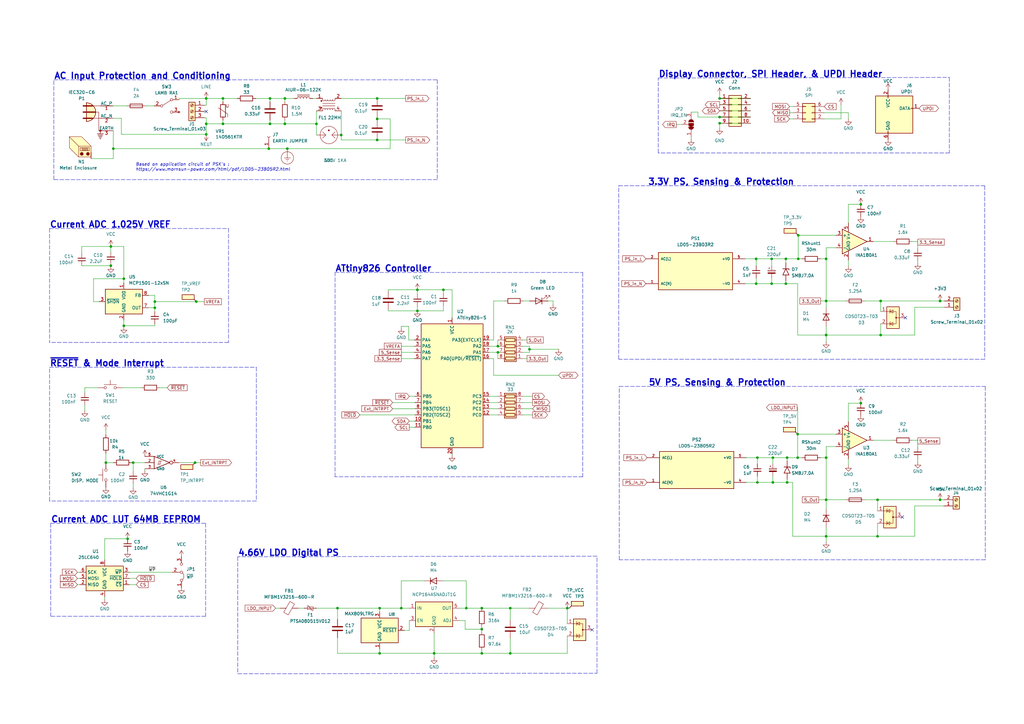
<source format=kicad_sch>
(kicad_sch (version 20211123) (generator eeschema)
  (paper "A3")
  (title_block (title "PS Main Board") (date "2022-07-30") (rev "Rev. 1.4") (company "Zachary Tigchelaar"))
  (junction (at 361.188 123.444))
  (junction (at 338.836 137.414))
  (junction (at 197.612 258.064))
  (junction (at 338.836 123.444))
  (junction (at 338.836 106.172))
  (junction (at 385.572 204.978))
  (junction (at 91.44 50.8))
  (junction (at 63.5 123.698))
  (junction (at 361.188 137.414))
  (junction (at 353.06 83.82))
  (junction (at 110.236 60.96))
  (junction (at 181.864 118.872))
  (junction (at 52.324 220.98))
  (junction (at 110.744 50.8))
  (junction (at 322.326 106.172))
  (junction (at 217.17 143.256))
  (junction (at 155.702 267.97))
  (junction (at 84.582 50.8))
  (junction (at 322.834 187.706))
  (junction (at 191.262 249.428))
  (junction (at 197.612 267.97))
  (junction (at 327.406 96.52))
  (junction (at 310.134 116.332))
  (junction (at 209.296 267.97))
  (junction (at 45.466 101.092))
  (junction (at 84.582 40.386))
  (junction (at 310.134 106.172))
  (junction (at 178.054 267.97))
  (junction (at 45.466 108.966))
  (junction (at 155.702 249.428))
  (junction (at 359.918 204.978))
  (junction (at 353.06 165.354))
  (junction (at 80.518 123.698))
  (junction (at 338.836 204.978))
  (junction (at 385.572 123.444))
  (junction (at 84.582 55.118))
  (junction (at 204.216 144.526))
  (junction (at 295.148 48.006))
  (junction (at 295.148 40.386))
  (junction (at 54.61 189.738))
  (junction (at 232.664 249.428))
  (junction (at 310.642 187.706))
  (junction (at 154.686 57.404))
  (junction (at 154.686 40.386))
  (junction (at 209.296 249.428))
  (junction (at 116.84 40.386))
  (junction (at 338.836 219.964))
  (junction (at 139.954 55.372))
  (junction (at 327.152 187.706))
  (junction (at 295.148 50.546))
  (junction (at 338.836 187.706))
  (junction (at 50.8 114.3))
  (junction (at 171.196 118.872))
  (junction (at 117.856 60.96))
  (junction (at 322.326 116.332))
  (junction (at 129.794 50.8))
  (junction (at 138.43 249.428))
  (junction (at 63.5 126.238))
  (junction (at 359.918 219.964))
  (junction (at 164.592 249.428))
  (junction (at 316.992 187.706))
  (junction (at 154.686 48.768))
  (junction (at 316.484 106.172))
  (junction (at 171.196 127.508))
  (junction (at 322.834 197.866))
  (junction (at 327.152 178.054))
  (junction (at 43.434 189.738))
  (junction (at 116.84 50.8))
  (junction (at 50.8 133.604))
  (junction (at 197.612 249.428))
  (junction (at 310.642 197.866))
  (junction (at 316.484 116.332))
  (junction (at 110.744 40.386))
  (junction (at 204.216 141.986))
  (junction (at 91.44 40.386))
  (junction (at 80.01 189.738))
  (junction (at 46.482 60.96))
  (junction (at 327.406 106.172))
  (junction (at 316.992 197.866))
  (no_connect (at 84.582 45.72))
  (no_connect (at 370.078 212.09))
  (no_connect (at 371.348 130.302))
  (no_connect (at 242.824 258.318))
  (wire (pts (xy 138.43 249.428) (xy 155.702 249.428)))
  (wire (pts (xy 167.64 139.446) (xy 167.64 133.858)))
  (wire (pts (xy 310.134 116.332) (xy 316.484 116.332)))
  (wire (pts (xy 63.5 121.158) (xy 63.5 123.698)))
  (wire (pts (xy 209.296 261.874) (xy 209.296 267.97)))
  (wire (pts (xy 226.822 123.444) (xy 226.822 124.968)))
  (wire (pts (xy 59.69 43.434) (xy 63.246 43.434)))
  (wire (pts (xy 73.406 189.738) (xy 80.01 189.738)))
  (polyline (pts (xy 254 229.616) (xy 254 158.496)))
  (wire (pts (xy 327.152 178.054) (xy 327.152 187.706)))
  (wire (pts (xy 43.434 189.738) (xy 46.482 189.738)))
  (wire (pts (xy 336.55 106.172) (xy 338.836 106.172)))
  (wire (pts (xy 327.152 187.706) (xy 328.93 187.706)))
  (polyline (pts (xy 239.014 195.58) (xy 137.414 195.58)))
  (wire (pts (xy 375.158 207.518) (xy 375.158 219.964)))
  (wire (pts (xy 214.376 144.526) (xy 217.17 144.526)))
  (wire (pts (xy 200.66 141.986) (xy 204.216 141.986)))
  (wire (pts (xy 160.02 48.768) (xy 160.02 60.96)))
  (wire (pts (xy 83.82 48.26) (xy 84.582 48.26)))
  (wire (pts (xy 316.484 108.966) (xy 316.484 106.172)))
  (wire (pts (xy 338.836 133.858) (xy 338.836 137.414)))
  (wire (pts (xy 322.834 187.706) (xy 327.152 187.706)))
  (wire (pts (xy 214.376 167.64) (xy 218.44 167.64)))
  (wire (pts (xy 164.592 238.252) (xy 173.99 238.252)))
  (wire (pts (xy 376.428 99.06) (xy 376.428 101.854)))
  (polyline (pts (xy 244.856 276.098) (xy 244.856 228.092)))
  (wire (pts (xy 283.464 45.974) (xy 286.258 45.974)))
  (wire (pts (xy 31.75 237.236) (xy 32.766 237.236)))
  (wire (pts (xy 116.84 50.8) (xy 129.794 50.8)))
  (wire (pts (xy 344.932 48.768) (xy 344.932 42.926)))
  (polyline (pts (xy 20.32 205.486) (xy 20.32 150.622)))
  (wire (pts (xy 338.836 137.414) (xy 361.188 137.414)))
  (wire (pts (xy 385.572 204.978) (xy 387.096 204.978)))
  (wire (pts (xy 80.518 123.698) (xy 83.82 123.698)))
  (wire (pts (xy 316.992 187.706) (xy 322.834 187.706)))
  (wire (pts (xy 359.918 204.978) (xy 359.918 209.55)))
  (wire (pts (xy 37.338 65.024) (xy 46.482 65.024)))
  (wire (pts (xy 295.148 50.546) (xy 295.148 52.578)))
  (wire (pts (xy 167.894 175.26) (xy 170.18 175.26)))
  (polyline (pts (xy 253.746 147.32) (xy 253.746 76.2)))
  (wire (pts (xy 59.436 193.04) (xy 59.436 192.278)))
  (wire (pts (xy 139.954 57.404) (xy 154.686 57.404)))
  (polyline (pts (xy 253.746 76.2) (xy 403.86 76.2)))
  (polyline (pts (xy 22.098 32.766) (xy 24.384 32.766)))
  (wire (pts (xy 310.134 106.172) (xy 316.484 106.172)))
  (polyline (pts (xy 389.382 62.738) (xy 270.002 62.738)))
  (wire (pts (xy 49.784 55.118) (xy 84.582 55.118)))
  (wire (pts (xy 338.836 106.172) (xy 338.836 101.6)))
  (wire (pts (xy 53.086 234.696) (xy 70.612 234.696)))
  (wire (pts (xy 155.702 266.192) (xy 155.702 267.97)))
  (wire (pts (xy 376.428 188.468) (xy 376.428 189.484)))
  (wire (pts (xy 214.376 162.56) (xy 218.44 162.56)))
  (wire (pts (xy 217.17 143.256) (xy 217.17 141.986)))
  (wire (pts (xy 110.744 40.386) (xy 116.84 40.386)))
  (wire (pts (xy 50.8 114.3) (xy 50.8 101.092)))
  (wire (pts (xy 200.66 139.446) (xy 202.438 139.446)))
  (wire (pts (xy 327.406 96.52) (xy 327.406 106.172)))
  (polyline (pts (xy 137.414 111.76) (xy 239.014 111.76)))
  (wire (pts (xy 167.894 258.572) (xy 167.894 254.508)))
  (wire (pts (xy 338.836 106.172) (xy 338.836 123.444)))
  (wire (pts (xy 232.664 249.428) (xy 232.664 255.778)))
  (wire (pts (xy 322.326 115.316) (xy 322.326 116.332)))
  (wire (pts (xy 385.572 123.444) (xy 387.35 123.444)))
  (wire (pts (xy 60.96 126.238) (xy 63.5 126.238)))
  (wire (pts (xy 295.148 40.386) (xy 307.848 40.386)))
  (wire (pts (xy 155.702 250.952) (xy 155.702 249.428)))
  (polyline (pts (xy 105.156 150.622) (xy 105.156 205.486)))
  (wire (pts (xy 34.798 166.116) (xy 34.798 168.402)))
  (polyline (pts (xy 389.382 31.75) (xy 389.382 62.738)))
  (wire (pts (xy 306.07 197.866) (xy 310.642 197.866)))
  (wire (pts (xy 316.484 116.332) (xy 322.326 116.332)))
  (wire (pts (xy 200.66 147.066) (xy 202.438 147.066)))
  (wire (pts (xy 376.428 106.934) (xy 376.428 107.95)))
  (wire (pts (xy 84.582 55.118) (xy 84.582 50.8)))
  (polyline (pts (xy 105.156 205.486) (xy 20.32 205.486)))
  (wire (pts (xy 49.784 48.514) (xy 49.784 55.118)))
  (wire (pts (xy 54.61 189.738) (xy 54.61 193.294)))
  (wire (pts (xy 34.798 159.004) (xy 34.798 161.036)))
  (wire (pts (xy 73.406 40.386) (xy 84.582 40.386)))
  (wire (pts (xy 188.214 249.428) (xy 191.262 249.428)))
  (wire (pts (xy 338.836 216.408) (xy 338.836 219.964)))
  (wire (pts (xy 154.686 40.386) (xy 166.37 40.386)))
  (wire (pts (xy 40.132 159.004) (xy 34.798 159.004)))
  (wire (pts (xy 178.054 267.97) (xy 178.054 269.748)))
  (wire (pts (xy 216.154 139.446) (xy 214.376 139.446)))
  (wire (pts (xy 164.592 141.986) (xy 169.926 141.986)))
  (wire (pts (xy 46.228 43.434) (xy 52.07 43.434)))
  (wire (pts (xy 63.5 123.698) (xy 63.5 126.238)))
  (wire (pts (xy 154.686 48.006) (xy 154.686 48.768)))
  (wire (pts (xy 342.9 96.52) (xy 327.406 96.52)))
  (wire (pts (xy 155.702 267.97) (xy 178.054 267.97)))
  (wire (pts (xy 347.98 172.974) (xy 347.98 165.354)))
  (wire (pts (xy 200.66 167.64) (xy 204.216 167.64)))
  (polyline (pts (xy 24.384 32.766) (xy 179.324 32.766)))
  (wire (pts (xy 33.528 101.092) (xy 45.466 101.092)))
  (wire (pts (xy 305.562 116.332) (xy 310.134 116.332)))
  (wire (pts (xy 209.296 254.254) (xy 209.296 249.428)))
  (wire (pts (xy 202.438 139.446) (xy 202.438 123.444)))
  (wire (pts (xy 322.834 188.976) (xy 322.834 187.706)))
  (wire (pts (xy 338.836 137.414) (xy 338.836 140.208)))
  (wire (pts (xy 338.836 187.706) (xy 338.836 204.978)))
  (wire (pts (xy 374.142 99.06) (xy 376.428 99.06)))
  (wire (pts (xy 347.98 46.228) (xy 347.98 48.768)))
  (wire (pts (xy 50.292 159.004) (xy 57.912 159.004)))
  (wire (pts (xy 138.43 261.62) (xy 138.43 267.97)))
  (wire (pts (xy 117.856 60.96) (xy 160.02 60.96)))
  (polyline (pts (xy 270.002 62.738) (xy 270.002 32.004)))
  (wire (pts (xy 50.8 133.604) (xy 50.8 134.112)))
  (wire (pts (xy 217.17 143.256) (xy 229.108 143.256)))
  (polyline (pts (xy 244.856 228.092) (xy 97.536 228.346)))
  (wire (pts (xy 197.612 249.428) (xy 209.296 249.428)))
  (wire (pts (xy 171.196 118.872) (xy 159.258 118.872)))
  (wire (pts (xy 322.834 196.596) (xy 322.834 197.866)))
  (wire (pts (xy 167.894 172.72) (xy 170.18 172.72)))
  (wire (pts (xy 129.794 50.8) (xy 129.794 55.372)))
  (wire (pts (xy 217.17 144.526) (xy 217.17 143.256)))
  (wire (pts (xy 33.528 108.966) (xy 45.466 108.966)))
  (wire (pts (xy 323.85 43.688) (xy 325.374 43.688)))
  (wire (pts (xy 55.88 239.776) (xy 53.086 239.776)))
  (polyline (pts (xy 22.098 73.66) (xy 22.098 32.766)))
  (wire (pts (xy 191.262 238.252) (xy 191.262 249.428)))
  (wire (pts (xy 181.61 238.252) (xy 191.262 238.252)))
  (wire (pts (xy 138.43 254) (xy 138.43 249.428)))
  (polyline (pts (xy 137.414 195.58) (xy 137.414 111.76)))
  (wire (pts (xy 354.584 204.978) (xy 359.918 204.978)))
  (wire (pts (xy 338.836 126.238) (xy 338.836 123.444)))
  (wire (pts (xy 359.918 214.63) (xy 359.918 219.964)))
  (wire (pts (xy 310.642 197.866) (xy 316.992 197.866)))
  (wire (pts (xy 347.98 91.44) (xy 347.98 83.82)))
  (wire (pts (xy 116.84 40.386) (xy 120.65 40.386)))
  (wire (pts (xy 73.406 40.386) (xy 73.406 40.894)))
  (wire (pts (xy 347.98 106.68) (xy 347.98 109.22)))
  (wire (pts (xy 161.036 167.64) (xy 170.18 167.64)))
  (polyline (pts (xy 254 158.496) (xy 404.114 158.496)))
  (wire (pts (xy 164.592 144.526) (xy 169.926 144.526)))
  (wire (pts (xy 286.258 48.006) (xy 295.148 48.006)))
  (wire (pts (xy 310.134 108.966) (xy 310.134 106.172)))
  (wire (pts (xy 322.326 107.696) (xy 322.326 106.172)))
  (polyline (pts (xy 84.328 214.63) (xy 84.328 252.73)))
  (wire (pts (xy 338.836 204.978) (xy 346.964 204.978)))
  (wire (pts (xy 54.61 189.738) (xy 59.436 189.738)))
  (polyline (pts (xy 97.536 228.346) (xy 97.536 276.352)))
  (wire (pts (xy 43.434 185.928) (xy 43.434 189.738)))
  (polyline (pts (xy 179.324 73.66) (xy 22.098 73.66)))
  (wire (pts (xy 84.582 50.8) (xy 91.44 50.8)))
  (wire (pts (xy 197.612 258.064) (xy 190.754 258.064)))
  (wire (pts (xy 325.12 197.866) (xy 325.12 219.964)))
  (wire (pts (xy 347.98 83.82) (xy 353.06 83.82)))
  (wire (pts (xy 165.862 258.572) (xy 167.894 258.572)))
  (wire (pts (xy 110.236 60.96) (xy 117.856 60.96)))
  (wire (pts (xy 110.744 49.276) (xy 110.744 50.8)))
  (wire (pts (xy 209.296 267.97) (xy 232.664 267.97)))
  (wire (pts (xy 190.754 258.064) (xy 190.754 254.508)))
  (wire (pts (xy 338.836 208.788) (xy 338.836 204.978)))
  (wire (pts (xy 191.262 249.428) (xy 197.612 249.428)))
  (wire (pts (xy 316.992 197.866) (xy 322.834 197.866)))
  (wire (pts (xy 31.75 234.696) (xy 32.766 234.696)))
  (wire (pts (xy 197.612 258.064) (xy 197.612 259.08)))
  (polyline (pts (xy 20.828 214.63) (xy 84.328 214.63)))
  (wire (pts (xy 322.834 197.866) (xy 325.12 197.866)))
  (wire (pts (xy 200.66 144.526) (xy 204.216 144.526)))
  (wire (pts (xy 336.55 123.444) (xy 338.836 123.444)))
  (wire (pts (xy 375.158 125.984) (xy 387.35 125.984)))
  (wire (pts (xy 154.686 57.404) (xy 166.37 57.404)))
  (wire (pts (xy 216.154 147.066) (xy 214.376 147.066)))
  (wire (pts (xy 171.196 125.73) (xy 171.196 127.508)))
  (polyline (pts (xy 239.014 111.76) (xy 239.014 195.58)))
  (wire (pts (xy 139.954 55.372) (xy 139.954 57.404)))
  (wire (pts (xy 197.612 257.048) (xy 197.612 258.064)))
  (wire (pts (xy 185.42 186.182) (xy 185.42 186.69)))
  (wire (pts (xy 316.992 195.326) (xy 316.992 197.866)))
  (wire (pts (xy 209.296 267.97) (xy 197.612 267.97)))
  (wire (pts (xy 45.466 101.092) (xy 45.466 103.378)))
  (wire (pts (xy 154.686 48.768) (xy 154.686 49.53)))
  (wire (pts (xy 46.228 48.514) (xy 49.784 48.514)))
  (wire (pts (xy 167.894 162.56) (xy 170.18 162.56)))
  (wire (pts (xy 190.754 254.508) (xy 188.214 254.508)))
  (polyline (pts (xy 404.114 229.616) (xy 254 229.616)))
  (wire (pts (xy 374.142 180.594) (xy 376.428 180.594)))
  (wire (pts (xy 42.926 220.98) (xy 52.324 220.98)))
  (wire (pts (xy 171.196 127.508) (xy 181.864 127.508)))
  (wire (pts (xy 82.296 189.738) (xy 80.01 189.738)))
  (wire (pts (xy 310.642 187.706) (xy 316.992 187.706)))
  (wire (pts (xy 169.926 139.446) (xy 167.64 139.446)))
  (wire (pts (xy 338.836 101.6) (xy 342.9 101.6)))
  (wire (pts (xy 305.562 106.172) (xy 310.134 106.172)))
  (wire (pts (xy 327.152 178.054) (xy 327.152 167.132)))
  (wire (pts (xy 91.44 50.8) (xy 110.744 50.8)))
  (wire (pts (xy 233.426 249.428) (xy 232.664 249.428)))
  (wire (pts (xy 31.75 239.776) (xy 32.766 239.776)))
  (wire (pts (xy 63.5 132.842) (xy 63.5 133.604)))
  (wire (pts (xy 63.5 126.238) (xy 63.5 127.762)))
  (wire (pts (xy 181.864 118.872) (xy 185.42 118.872)))
  (wire (pts (xy 40.64 123.698) (xy 38.354 123.698)))
  (wire (pts (xy 214.376 170.18) (xy 218.44 170.18)))
  (polyline (pts (xy 403.86 147.32) (xy 253.746 147.32)))
  (wire (pts (xy 347.98 188.214) (xy 347.98 190.754)))
  (wire (pts (xy 159.258 127.508) (xy 159.258 127)))
  (wire (pts (xy 202.438 153.924) (xy 229.108 153.924)))
  (wire (pts (xy 338.836 183.134) (xy 342.9 183.134)))
  (wire (pts (xy 155.702 249.428) (xy 164.592 249.428)))
  (wire (pts (xy 53.086 237.236) (xy 55.88 237.236)))
  (wire (pts (xy 204.216 139.446) (xy 204.216 141.986)))
  (wire (pts (xy 327.406 106.172) (xy 328.93 106.172)))
  (polyline (pts (xy 403.86 76.2) (xy 403.86 147.32)))
  (wire (pts (xy 178.054 259.588) (xy 178.054 267.97)))
  (wire (pts (xy 84.582 40.386) (xy 91.44 40.386)))
  (wire (pts (xy 232.664 260.858) (xy 232.664 267.97)))
  (polyline (pts (xy 20.32 93.726) (xy 93.726 93.726)))
  (wire (pts (xy 336.55 187.706) (xy 338.836 187.706)))
  (wire (pts (xy 204.216 144.526) (xy 204.216 147.066)))
  (wire (pts (xy 361.188 123.444) (xy 385.572 123.444)))
  (wire (pts (xy 129.794 50.8) (xy 129.794 45.466)))
  (wire (pts (xy 358.14 180.594) (xy 366.522 180.594)))
  (wire (pts (xy 310.642 195.326) (xy 310.642 197.866)))
  (wire (pts (xy 354.584 123.444) (xy 361.188 123.444)))
  (wire (pts (xy 359.918 219.964) (xy 375.158 219.964)))
  (wire (pts (xy 33.528 103.886) (xy 33.528 101.092)))
  (wire (pts (xy 104.902 40.386) (xy 110.744 40.386)))
  (wire (pts (xy 154.686 48.768) (xy 160.02 48.768)))
  (wire (pts (xy 338.836 123.444) (xy 346.964 123.444)))
  (wire (pts (xy 295.148 42.926) (xy 307.848 42.926)))
  (wire (pts (xy 214.376 165.1) (xy 218.44 165.1)))
  (wire (pts (xy 63.5 121.158) (xy 60.96 121.158)))
  (polyline (pts (xy 270.002 32.004) (xy 389.382 31.75)))
  (wire (pts (xy 38.354 114.3) (xy 50.8 114.3)))
  (wire (pts (xy 159.258 127.508) (xy 171.196 127.508)))
  (wire (pts (xy 327.152 167.132) (xy 326.898 167.132)))
  (wire (pts (xy 361.188 132.842) (xy 361.188 137.414)))
  (wire (pts (xy 338.074 48.768) (xy 344.932 48.768)))
  (wire (pts (xy 200.66 170.18) (xy 204.216 170.18)))
  (wire (pts (xy 42.926 220.98) (xy 42.926 229.616)))
  (wire (pts (xy 91.44 40.386) (xy 97.282 40.386)))
  (wire (pts (xy 295.148 48.006) (xy 307.848 48.006)))
  (polyline (pts (xy 84.328 252.73) (xy 20.828 252.73)))
  (polyline (pts (xy 179.324 32.766) (xy 179.324 73.66)))
  (wire (pts (xy 322.326 116.332) (xy 327.152 116.332)))
  (wire (pts (xy 316.484 114.046) (xy 316.484 116.332)))
  (wire (pts (xy 202.438 123.444) (xy 207.01 123.444)))
  (wire (pts (xy 181.864 118.872) (xy 181.864 120.396)))
  (wire (pts (xy 338.074 46.228) (xy 347.98 46.228)))
  (wire (pts (xy 310.642 190.246) (xy 310.642 187.706)))
  (wire (pts (xy 164.592 147.066) (xy 169.926 147.066)))
  (wire (pts (xy 65.532 159.004) (xy 68.58 159.004)))
  (wire (pts (xy 159.258 118.872) (xy 159.258 119.38)))
  (wire (pts (xy 171.196 118.872) (xy 171.196 120.65)))
  (wire (pts (xy 277.368 51.054) (xy 279.654 51.054)))
  (wire (pts (xy 200.66 165.1) (xy 204.216 165.1)))
  (wire (pts (xy 335.788 204.978) (xy 338.836 204.978)))
  (wire (pts (xy 129.794 249.428) (xy 138.43 249.428)))
  (wire (pts (xy 217.17 141.986) (xy 214.376 141.986)))
  (wire (pts (xy 83.82 43.18) (xy 84.582 43.18)))
  (wire (pts (xy 286.258 45.974) (xy 286.258 48.006)))
  (wire (pts (xy 45.466 108.966) (xy 45.466 108.458)))
  (wire (pts (xy 154.686 57.404) (xy 154.686 57.15)))
  (wire (pts (xy 316.992 190.246) (xy 316.992 187.706)))
  (wire (pts (xy 358.14 99.06) (xy 366.522 99.06)))
  (wire (pts (xy 327.152 116.332) (xy 327.152 137.414)))
  (wire (pts (xy 50.8 133.604) (xy 63.5 133.604)))
  (polyline (pts (xy 404.114 158.496) (xy 404.114 229.616)))
  (wire (pts (xy 375.158 125.984) (xy 375.158 137.414)))
  (wire (pts (xy 164.592 133.858) (xy 164.592 134.62)))
  (wire (pts (xy 322.326 106.172) (xy 327.406 106.172)))
  (wire (pts (xy 361.188 123.444) (xy 361.188 127.762)))
  (wire (pts (xy 295.148 38.608) (xy 295.148 40.386)))
  (wire (pts (xy 376.428 180.594) (xy 376.428 183.388)))
  (wire (pts (xy 50.8 131.318) (xy 50.8 133.604)))
  (wire (pts (xy 338.836 219.964) (xy 359.918 219.964)))
  (wire (pts (xy 91.44 49.276) (xy 91.44 50.8)))
  (wire (pts (xy 138.43 267.97) (xy 155.702 267.97)))
  (wire (pts (xy 63.5 123.698) (xy 80.518 123.698)))
  (wire (pts (xy 295.148 50.546) (xy 307.848 50.546)))
  (wire (pts (xy 46.482 60.96) (xy 46.482 65.024)))
  (wire (pts (xy 359.918 204.978) (xy 385.572 204.978)))
  (wire (pts (xy 38.354 123.698) (xy 38.354 114.3)))
  (wire (pts (xy 84.582 50.8) (xy 84.582 48.26)))
  (wire (pts (xy 54.102 189.738) (xy 54.61 189.738)))
  (wire (pts (xy 197.612 267.97) (xy 197.612 266.7)))
  (wire (pts (xy 295.148 45.466) (xy 307.848 45.466)))
  (wire (pts (xy 327.152 137.414) (xy 338.836 137.414)))
  (wire (pts (xy 283.464 56.134) (xy 283.464 57.15)))
  (polyline (pts (xy 20.828 214.63) (xy 20.828 252.73)))
  (wire (pts (xy 45.466 109.22) (xy 45.466 108.966)))
  (polyline (pts (xy 93.726 93.726) (xy 93.726 140.462)))
  (wire (pts (xy 116.84 49.276) (xy 116.84 50.8)))
  (wire (pts (xy 338.836 187.706) (xy 338.836 183.134)))
  (wire (pts (xy 113.03 249.428) (xy 114.808 249.428)))
  (wire (pts (xy 325.12 219.964) (xy 338.836 219.964)))
  (wire (pts (xy 170.18 170.18) (xy 147.574 170.18)))
  (wire (pts (xy 84.582 40.386) (xy 84.582 43.18)))
  (wire (pts (xy 226.822 123.444) (xy 224.79 123.444)))
  (wire (pts (xy 46.482 53.594) (xy 46.482 60.96)))
  (wire (pts (xy 110.744 50.8) (xy 116.84 50.8)))
  (wire (pts (xy 54.61 198.374) (xy 54.61 200.152)))
  (wire (pts (xy 167.64 133.858) (xy 164.592 133.858)))
  (polyline (pts (xy 20.32 150.622) (xy 105.156 150.622)))
  (wire (pts (xy 306.07 187.706) (xy 310.642 187.706)))
  (wire (pts (xy 43.434 176.276) (xy 43.434 178.308)))
  (wire (pts (xy 128.27 40.386) (xy 129.794 40.386)))
  (wire (pts (xy 116.84 40.386) (xy 116.84 41.656)))
  (wire (pts (xy 139.954 40.386) (xy 154.686 40.386)))
  (wire (pts (xy 83.82 45.72) (xy 84.582 45.72)))
  (wire (pts (xy 50.8 116.078) (xy 50.8 114.3)))
  (wire (pts (xy 161.036 165.1) (xy 170.18 165.1)))
  (wire (pts (xy 164.592 249.428) (xy 164.592 238.252)))
  (polyline (pts (xy 20.32 93.726) (xy 20.32 140.462)))
  (wire (pts (xy 200.66 162.56) (xy 204.216 162.56)))
  (wire (pts (xy 110.744 40.386) (xy 110.744 41.656)))
  (wire (pts (xy 361.188 137.414) (xy 375.158 137.414)))
  (wire (pts (xy 209.296 249.428) (xy 216.916 249.428)))
  (wire (pts (xy 342.9 178.054) (xy 327.152 178.054)))
  (wire (pts (xy 178.054 267.97) (xy 197.612 267.97)))
  (polyline (pts (xy 97.536 276.352) (xy 244.856 276.098)))
  (wire (pts (xy 310.134 114.046) (xy 310.134 116.332)))
  (wire (pts (xy 139.954 45.466) (xy 139.954 55.372)))
  (polyline (pts (xy 93.726 140.462) (xy 20.32 140.462)))
  (wire (pts (xy 316.484 106.172) (xy 322.326 106.172)))
  (wire (pts (xy 323.85 46.228) (xy 325.374 46.228)))
  (wire (pts (xy 347.98 165.354) (xy 353.06 165.354)))
  (wire (pts (xy 91.44 40.386) (xy 91.44 41.656)))
  (wire (pts (xy 46.482 53.594) (xy 46.228 53.594)))
  (wire (pts (xy 185.42 118.872) (xy 185.42 130.302)))
  (wire (pts (xy 122.428 249.428) (xy 124.714 249.428)))
  (wire (pts (xy 323.85 48.768) (xy 325.374 48.768)))
  (wire (pts (xy 375.158 207.518) (xy 387.096 207.518)))
  (wire (pts (xy 42.926 244.856) (xy 42.926 245.872)))
  (wire (pts (xy 338.836 219.964) (xy 338.836 222.25)))
  (wire (pts (xy 46.482 60.96) (xy 110.236 60.96)))
  (wire (pts (xy 202.438 147.066) (xy 202.438 153.924)))
  (wire (pts (xy 171.196 118.872) (xy 181.864 118.872)))
  (wire (pts (xy 50.8 101.092) (xy 45.466 101.092)))
  (wire (pts (xy 181.864 127.508) (xy 181.864 125.476)))
  (wire (pts (xy 164.592 249.428) (xy 167.894 249.428)))
  (wire (pts (xy 214.63 123.444) (xy 217.17 123.444)))
  (wire (pts (xy 224.536 249.428) (xy 232.664 249.428)))
  (text "Display Connector, SPI Header, & UPDI Header" (at 270.002 32.004 0) (effects (font (size 2.54 2.54) (thickness 0.508) bold) (justify left bottom)))
  (text "4.66V LDO Digital PS" (at 97.536 228.346 0) (effects (font (size 2.54 2.54) (thickness 0.508) bold) (justify left bottom)))
  (text "~{RESET} & Mode Interrupt" (at 20.32 150.622 0) (effects (font (size 2.54 2.54) (thickness 0.508) bold) (justify left bottom)))
  (text "Current ADC LUT 64MB EEPROM" (at 20.828 214.63 0) (effects (font (size 2.54 2.54) (thickness 0.508) bold) (justify left bottom)))
  (text "Current ADC 1.025V VREF" (at 20.32 93.726 0) (effects (font (size 2.54 2.54) (thickness 0.508) bold) (justify left bottom)))
  (text "AC Input Protection and Conditioning" (at 22.098 32.766 0) (effects (font (size 2.54 2.54) (thickness 0.508) bold) (justify left bottom)))
  (text "5V PS, Sensing & Protection" (at 265.938 158.496 0) (effects (font (size 2.54 2.54) (thickness 0.508) bold) (justify left bottom)))
  (text "Based on application circuit of PSK's :\nhttps://www.mornsun-power.com/html/pdf/LD05-23B05R2.html" (at 55.626 70.358 0) (effects (font (size 1.27 1.27) italic) (justify left bottom)))
  (text "3.3V PS, Sensing & Protection" (at 265.684 76.2 0) (effects (font (size 2.54 2.54) (thickness 0.508) bold) (justify left bottom)))
  (text "ATtiny826 Controller" (at 137.414 111.76 0) (effects (font (size 2.54 2.54) (thickness 0.508) bold) (justify left bottom)))
  (label "~{WP}" (at 60.96 234.696 0))
  (global_label "SCL" (shape output) (at 295.148 42.926 180) (property "Intersheet References" "${INTERSHEET_REFS}" (effects hide)))
  (global_label "SCK" (shape input) (at 31.75 234.696 180) (property "Intersheet References" "${INTERSHEET_REFS}" (effects hide)))
  (global_label "PS_in_L" (shape input) (at 265.43 187.706 180) (property "Intersheet References" "${INTERSHEET_REFS}" (effects hide)))
  (global_label "~{RESET}" (shape input) (at 161.036 165.1 180) (property "Intersheet References" "${INTERSHEET_REFS}" (effects hide)))
  (global_label "SCK" (shape input) (at 323.85 48.768 180) (property "Intersheet References" "${INTERSHEET_REFS}" (effects hide)))
  (global_label "SDA" (shape bidirectional) (at 295.148 45.466 180) (property "Intersheet References" "${INTERSHEET_REFS}" (effects hide)))
  (global_label "MISO" (shape output) (at 323.85 46.228 180) (property "Intersheet References" "${INTERSHEET_REFS}" (effects hide)))
  (global_label "Ext_INTRPT" (shape output) (at 82.296 189.738 0) (property "Intersheet References" "${INTERSHEET_REFS}" (effects hide)))
  (global_label "PS_in_N" (shape output) (at 166.37 57.404 0) (property "Intersheet References" "${INTERSHEET_REFS}" (effects hide)))
  (global_label "UPDI" (shape bidirectional) (at 376.936 44.45 0) (property "Intersheet References" "${INTERSHEET_REFS}" (effects hide)))
  (global_label "PS_in_N" (shape input) (at 264.922 116.332 180) (property "Intersheet References" "${INTERSHEET_REFS}" (effects hide)))
  (global_label "MOSI" (shape input) (at 31.75 237.236 180) (property "Intersheet References" "${INTERSHEET_REFS}" (effects hide)))
  (global_label "3.3_Out" (shape passive) (at 216.154 147.066 0) (property "Intersheet References" "${INTERSHEET_REFS}" (effects hide)))
  (global_label "~{HOLD}" (shape input) (at 147.574 170.18 180) (property "Intersheet References" "${INTERSHEET_REFS}" (effects hide)))
  (global_label "SDA" (shape bidirectional) (at 167.894 172.72 180) (property "Intersheet References" "${INTERSHEET_REFS}" (effects hide)))
  (global_label "CS" (shape output) (at 218.44 162.56 0) (property "Intersheet References" "${INTERSHEET_REFS}" (effects hide)))
  (global_label "3.3_Sense" (shape passive) (at 376.428 99.314 0) (property "Intersheet References" "${INTERSHEET_REFS}" (effects hide)))
  (global_label "PS_in_L" (shape input) (at 264.922 106.172 180) (property "Intersheet References" "${INTERSHEET_REFS}" (effects hide)))
  (global_label "5_Out" (shape passive) (at 216.154 139.446 0) (property "Intersheet References" "${INTERSHEET_REFS}" (effects hide)))
  (global_label "CS" (shape input) (at 338.074 43.688 0) (property "Intersheet References" "${INTERSHEET_REFS}" (effects hide)))
  (global_label "IRQ" (shape input) (at 167.894 162.56 180) (property "Intersheet References" "${INTERSHEET_REFS}" (effects hide)))
  (global_label "LDO_INPUT" (shape output) (at 326.898 167.132 180) (property "Intersheet References" "${INTERSHEET_REFS}" (effects hide)))
  (global_label "~{HOLD}" (shape input) (at 55.88 237.236 0) (property "Intersheet References" "${INTERSHEET_REFS}" (effects hide)))
  (global_label "~{RESET}" (shape input) (at 68.58 159.004 0) (property "Intersheet References" "${INTERSHEET_REFS}" (effects hide)))
  (global_label "VREFA" (shape passive) (at 164.592 141.986 180) (property "Intersheet References" "${INTERSHEET_REFS}" (effects hide)))
  (global_label "SCL" (shape output) (at 167.894 175.26 180) (property "Intersheet References" "${INTERSHEET_REFS}" (effects hide)))
  (global_label "MISO" (shape input) (at 31.75 239.776 180) (property "Intersheet References" "${INTERSHEET_REFS}" (effects hide)))
  (global_label "LDO_INPUT" (shape input) (at 113.03 249.428 180) (property "Intersheet References" "${INTERSHEET_REFS}" (effects hide)))
  (global_label "MISO" (shape input) (at 218.44 167.64 0) (property "Intersheet References" "${INTERSHEET_REFS}" (effects hide)))
  (global_label "UPDI" (shape bidirectional) (at 229.108 153.924 0) (property "Intersheet References" "${INTERSHEET_REFS}" (effects hide)))
  (global_label "3.3_Sense" (shape passive) (at 164.592 147.066 180) (property "Intersheet References" "${INTERSHEET_REFS}" (effects hide)))
  (global_label "SCK" (shape output) (at 218.44 170.18 0) (property "Intersheet References" "${INTERSHEET_REFS}" (effects hide)))
  (global_label "MOSI" (shape output) (at 218.44 165.1 0) (property "Intersheet References" "${INTERSHEET_REFS}" (effects hide)))
  (global_label "3.3_Out" (shape passive) (at 336.55 123.444 180) (property "Intersheet References" "${INTERSHEET_REFS}" (effects hide)))
  (global_label "PS_in_N" (shape input) (at 265.43 197.866 180) (property "Intersheet References" "${INTERSHEET_REFS}" (effects hide)))
  (global_label "VREFA" (shape passive) (at 83.82 123.698 0) (property "Intersheet References" "${INTERSHEET_REFS}" (effects hide)))
  (global_label "5_Sense" (shape passive) (at 164.592 144.526 180) (property "Intersheet References" "${INTERSHEET_REFS}" (effects hide)))
  (global_label "Ext_INTRPT" (shape input) (at 161.036 167.64 180) (property "Intersheet References" "${INTERSHEET_REFS}" (effects hide)))
  (global_label "PS_in_L" (shape output) (at 166.37 40.386 0) (property "Intersheet References" "${INTERSHEET_REFS}" (effects hide)))
  (global_label "MOSI" (shape input) (at 323.85 43.688 180) (property "Intersheet References" "${INTERSHEET_REFS}" (effects hide)))
  (global_label "CS" (shape input) (at 55.88 239.776 0) (property "Intersheet References" "${INTERSHEET_REFS}" (effects hide)))
  (global_label "5_Out" (shape passive) (at 335.788 204.978 180) (property "Intersheet References" "${INTERSHEET_REFS}" (effects hide)))
  (global_label "5_Sense" (shape passive) (at 376.428 180.848 0) (property "Intersheet References" "${INTERSHEET_REFS}" (effects hide)))
  (global_label "IRQ" (shape output) (at 277.368 51.054 180) (property "Intersheet References" "${INTERSHEET_REFS}" (effects hide)))
  (symbol (lib_id "Device:C") (at 110.744 45.466 0) (mirror x) (unit 1)
    (property "Reference" "C16" (at 106.934 44.1959 0) (effects (justify right)))
    (property "Value" "0.33uF" (at 106.934 46.7359 0) (effects (justify right)))
    (property "Footprint" "Capacitor_THT:C_Rect_L18.0mm_W8.0mm_P15.00mm_FKS3_FKP3" (effects hide))
  )
  (symbol (lib_id "Device:R") (at 370.332 99.06 90) (unit 1)
    (property "Reference" "R1" (at 370.332 92.71 90))
    (property "Value" "1.6k" (at 370.332 95.25 90))
    (property "Footprint" "Resistor_SMD:R_1206_3216Metric_Pad1.30x1.75mm_HandSolder" (effects hide))
  )
  (symbol (lib_id "power:VCC") (at 74.422 228.346 0) (unit 1)
    (property "Reference" "#PWR0115" (effects hide))
    (property "Value" "VCC" (at 74.422 223.266 0))
  )
  (symbol (lib_id "Device:FerriteBead") (at 118.618 249.428 90) (unit 1)
    (property "Reference" "FB1" (at 118.618 242.316 90))
    (property "Value" "MFBM1V3216-600-R" (at 118.618 244.856 90))
    (property "Footprint" "Inductor_SMD:L_1206_3216Metric_Pad1.42x1.75mm_HandSolder" (effects hide))
  )
  (symbol (lib_id "Connector:TestPoint_Flag") (at 233.426 249.428 0) (unit 1)
    (property "Reference" "TP3" (at 239.522 244.602 0) (effects (justify right)))
    (property "Value" "TP_VCC" (at 239.522 242.062 0) (effects (justify right)))
    (property "Footprint" "TestPoint:TestPoint_Pad_D1.0mm" (effects hide))
  )
  (symbol (lib_id "power:GND") (at 178.054 269.748 0) (unit 1)
    (property "Reference" "#PWR03" (effects hide))
    (property "Value" "GND" (at 178.054 273.558 0))
  )
  (symbol (lib_id "personal:LD05-23B05R2") (at 285.75 192.786 0) (unit 1)
    (property "Reference" "PS2" (at 285.75 180.34 0))
    (property "Value" "LD05-23B05R2" (at 285.75 182.88 0))
    (property "Footprint" "personal:CONV_LD05-23B05R2" (effects hide))
    (property "Datasheet" "https://www.mornsun-power.com/html/pdf/LD05-23B05R2.html" (effects hide))
    (property "MAXIMUM_PACKAGE_HEIGHT" "18.10 mm" (effects hide))
    (property "PARTREV" "2020.06.30-A/2" (effects hide))
    (property "MANUFACTURER" "Mornsun" (effects hide))
  )
  (symbol (lib_id "Device:R") (at 370.332 180.594 90) (unit 1)
    (property "Reference" "R2" (at 370.332 173.99 90))
    (property "Value" "1.6k" (at 370.332 176.53 90))
    (property "Footprint" "Resistor_SMD:R_1206_3216Metric_Pad1.30x1.75mm_HandSolder" (effects hide))
  )
  (symbol (lib_id "Device:C_Polarized_Small") (at 316.992 192.786 0) (unit 1)
    (property "Reference" "C22" (at 314.96 183.388 0) (effects (justify left)))
    (property "Value" "220uF" (at 314.96 185.928 0) (effects (justify left)))
    (property "Footprint" "Capacitor_THT:C_Radial_D6.3mm_H11.0mm_P2.50mm" (effects hide))
  )
  (symbol (lib_id "Device:GDT_2Pin") (at 134.874 55.372 90) (unit 1)
    (property "Reference" "GD1" (at 134.874 65.786 90))
    (property "Value" "300V 1KA" (at 137.414 65.786 90))
    (property "Footprint" "personal:2035-GDT" (effects hide))
  )
  (symbol (lib_id "power:VCC") (at 59.436 187.198 0) (unit 1)
    (property "Reference" "#PWR0119" (effects hide))
    (property "Value" "VCC" (at 59.436 182.118 0))
  )
  (symbol (lib_id "power:VCC") (at 232.664 249.428 0) (unit 1)
    (property "Reference" "#PWR05" (effects hide))
    (property "Value" "VCC" (at 232.664 244.348 0))
  )
  (symbol (lib_id "Device:D") (at 177.8 238.252 0) (unit 1)
    (property "Reference" "D6" (at 177.8 231.394 0))
    (property "Value" "M4" (at 177.8 233.934 0))
    (property "Footprint" "Diode_SMD:D_SMB" (effects hide))
  )
  (symbol (lib_id "Device:C_Small") (at 376.428 185.928 0) (mirror x) (unit 1)
    (property "Reference" "C12" (at 373.38 184.6515 0) (effects (justify right)))
    (property "Value" "0.33uF" (at 373.38 187.1915 0) (effects (justify right)))
    (property "Footprint" "Capacitor_SMD:C_1206_3216Metric_Pad1.33x1.80mm_HandSolder" (effects hide))
  )
  (symbol (lib_id "power:GND") (at 164.592 134.62 0) (unit 1)
    (property "Reference" "#PWR0112" (effects hide))
    (property "Value" "GND" (at 164.592 138.43 0))
  )
  (symbol (lib_id "Connector:TestPoint_Flag") (at 80.01 189.738 180) (unit 1)
    (property "Reference" "TP1" (at 73.914 194.564 0) (effects (justify right)))
    (property "Value" "TP_INTRPT" (at 73.914 197.104 0) (effects (justify right)))
    (property "Footprint" "TestPoint:TestPoint_Pad_D1.0mm" (effects hide))
  )
  (symbol (lib_id "Connector:Screw_Terminal_01x02") (at 392.43 125.984 0) (mirror x) (unit 1)
    (property "Reference" "J3" (at 392.43 129.54 0))
    (property "Value" "Screw_Terminal_01x02" (at 392.43 132.08 0))
    (property "Footprint" "TerminalBlock_Phoenix:TerminalBlock_Phoenix_MKDS-1,5-2-5.08_1x02_P5.08mm_Horizontal" (effects hide))
  )
  (symbol (lib_id "Device:C_Small") (at 181.864 122.936 0) (mirror x) (unit 1)
    (property "Reference" "C1" (at 179.324 121.6595 0) (effects (justify right)))
    (property "Value" "100nF" (at 179.324 124.1995 0) (effects (justify right)))
    (property "Footprint" "Capacitor_SMD:C_1206_3216Metric_Pad1.33x1.80mm_HandSolder" (effects hide))
  )
  (symbol (lib_id "Jumper:Jumper_3_Bridged12") (at 74.422 234.696 270) (mirror x) (unit 1)
    (property "Reference" "JP1" (at 76.454 233.4259 90) (effects (justify left)))
    (property "Value" "~{WP}" (at 76.454 236.6009 90) (effects (justify left)))
    (property "Footprint" "Connector_PinHeader_1.27mm:PinHeader_1x03_P1.27mm_Vertical" (effects hide))
  )
  (symbol (lib_id "Device:Polyfuse_Small") (at 127.254 249.428 90) (mirror x) (unit 1)
    (property "Reference" "F1" (at 127.254 252.222 90))
    (property "Value" "PTSA080515V012" (at 127.254 254.762 90))
    (property "Footprint" "Fuse:Fuse_0805_2012Metric_Pad1.15x1.40mm_HandSolder" (effects hide))
  )
  (symbol (lib_id "Device:R") (at 197.612 262.89 0) (unit 1)
    (property "Reference" "R7" (at 200.152 261.6199 0) (effects (justify left)))
    (property "Value" "97.6k" (at 200.152 264.1599 0) (effects (justify left)))
    (property "Footprint" "Resistor_SMD:R_0805_2012Metric_Pad1.20x1.40mm_HandSolder" (effects hide))
  )
  (symbol (lib_id "Device:C_Small") (at 34.798 163.576 0) (mirror y) (unit 1)
    (property "Reference" "C13" (at 31.242 162.3122 0) (effects (justify left)))
    (property "Value" "100nF" (at 31.242 164.8522 0) (effects (justify left)))
    (property "Footprint" "Capacitor_SMD:C_0805_2012Metric_Pad1.18x1.45mm_HandSolder" (effects hide))
  )
  (symbol (lib_id "power:GND") (at 50.8 134.112 0) (unit 1)
    (property "Reference" "#PWR015" (effects hide))
    (property "Value" "GND" (at 50.8 137.922 0))
  )
  (symbol (lib_id "Device:C_Polarized_Small") (at 316.484 111.506 0) (unit 1)
    (property "Reference" "C21" (at 314.452 101.854 0) (effects (justify left)))
    (property "Value" "220uF" (at 314.452 104.394 0) (effects (justify left)))
    (property "Footprint" "Capacitor_THT:C_Radial_D6.3mm_H11.0mm_P2.50mm" (effects hide))
  )
  (symbol (lib_id "power:GND") (at 283.464 57.15 0) (unit 1)
    (property "Reference" "#PWR0129" (effects hide))
    (property "Value" "GND" (at 283.464 60.96 0))
  )
  (symbol (lib_id "Device:C") (at 154.686 44.196 0) (mirror x) (unit 1)
    (property "Reference" "C19" (at 150.876 42.9259 0) (effects (justify right)))
    (property "Value" "0.1uF" (at 150.876 45.4659 0) (effects (justify right)))
    (property "Footprint" "Capacitor_THT:C_Rect_L18.0mm_W6.0mm_P15.00mm_FKS3_FKP3" (effects hide))
  )
  (symbol (lib_id "Mechanical:Housing_Pad") (at 32.258 59.944 0) (mirror y) (unit 1) (in_bom no) (on_board no)
    (property "Reference" "N1" (at 34.798 66.294 0) (effects (justify left)))
    (property "Value" "Metal Enclosure" (at 39.878 68.834 0) (effects (justify left)))
  )
  (symbol (lib_id "Device:C_Small") (at 54.61 195.834 0) (mirror x) (unit 1)
    (property "Reference" "C2" (at 51.308 194.5575 0) (effects (justify right)))
    (property "Value" "100nF" (at 51.308 197.0975 0) (effects (justify right)))
    (property "Footprint" "Capacitor_SMD:C_0805_2012Metric_Pad1.18x1.45mm_HandSolder" (effects hide))
  )
  (symbol (lib_id "power:VCC") (at 295.148 38.608 0) (unit 1)
    (property "Reference" "#PWR0125" (effects hide))
    (property "Value" "VCC" (at 295.148 33.528 0))
  )
  (symbol (lib_id "power:GND") (at 54.61 200.152 0) (unit 1)
    (property "Reference" "#PWR0130" (effects hide))
    (property "Value" "GND" (at 54.61 203.962 0))
  )
  (symbol (lib_id "Reference_Voltage:MCP1501-12xSN") (at 50.8 123.698 0) (unit 1)
    (property "Reference" "U5" (at 52.8194 113.538 0) (effects (justify left)))
    (property "Value" "MCP1501-12xSN" (at 52.8194 116.078 0) (effects (justify left)))
    (property "Footprint" "Package_SO:SOIC-8_3.9x4.9mm_P1.27mm" (effects hide))
    (property "Datasheet" "http://ww1.microchip.com/downloads/en/DeviceDoc/20005474E.pdf" (effects hide))
  )
  (symbol (lib_id "Device:Fuse") (at 350.774 123.444 90) (unit 1)
    (property "Reference" "F2" (at 350.774 116.84 90))
    (property "Value" "1.25A" (at 350.774 119.38 90))
    (property "Footprint" "Fuse:Fuse_1206_3216Metric_Pad1.42x1.75mm_HandSolder" (effects hide))
  )
  (symbol (lib_id "power:VCC") (at 353.06 165.354 0) (unit 1)
    (property "Reference" "#PWR0121" (effects hide))
    (property "Value" "VCC" (at 353.06 160.274 0))
  )
  (symbol (lib_id "Device:C_Small") (at 376.428 104.394 0) (mirror x) (unit 1)
    (property "Reference" "C8" (at 373.38 103.1175 0) (effects (justify right)))
    (property "Value" "0.33uF" (at 373.38 105.6575 0) (effects (justify right)))
    (property "Footprint" "Capacitor_SMD:C_1206_3216Metric_Pad1.33x1.80mm_HandSolder" (effects hide))
  )
  (symbol (lib_id "power:GND") (at 338.836 222.25 0) (unit 1)
    (property "Reference" "#PWR0123" (effects hide))
    (property "Value" "GND" (at 338.836 226.06 0))
  )
  (symbol (lib_id "power:Earth_Protective") (at 117.856 60.96 0) (unit 1)
    (property "Reference" "#PWR0134" (effects hide))
    (property "Value" "Earth_Protective" (effects hide))
  )
  (symbol (lib_id "power:GND") (at 347.98 190.754 0) (unit 1)
    (property "Reference" "#PWR0109" (effects hide))
    (property "Value" "GND" (at 347.98 194.564 0))
  )
  (symbol (lib_id "power:VCC") (at 52.324 220.98 0) (unit 1)
    (property "Reference" "#PWR0114" (effects hide))
    (property "Value" "VCC" (at 52.324 215.9 0))
  )
  (symbol (lib_id "personal:CDSOT23-TXXC") (at 366.268 130.302 90) (mirror x) (unit 1)
    (property "Reference" "D3" (at 353.314 132.334 90))
    (property "Value" "CDSOT23-T03" (at 353.314 129.794 90))
    (property "Footprint" "Package_TO_SOT_SMD:SOT-23" (effects hide))
    (property "Datasheet" "https://www.bourns.com/docs/Product-Datasheets/CDSOT23-T03_T36C.pdf" (effects hide))
  )
  (symbol (lib_id "power:GND") (at 364.236 57.15 0) (unit 1)
    (property "Reference" "#PWR0126" (effects hide))
    (property "Value" "GND" (at 364.236 60.96 0))
  )
  (symbol (lib_id "power:GND") (at 45.466 109.22 0) (unit 1)
    (property "Reference" "#PWR014" (effects hide))
    (property "Value" "GND" (at 45.466 113.03 0))
  )
  (symbol (lib_id "Device:C") (at 159.258 123.19 0) (unit 1)
    (property "Reference" "C18" (at 152.4 122.174 0) (effects (justify left)))
    (property "Value" "1uF" (at 152.4 124.714 0) (effects (justify left)))
    (property "Footprint" "Capacitor_SMD:C_0805_2012Metric_Pad1.18x1.45mm_HandSolder" (effects hide))
  )
  (symbol (lib_id "Device:C_Small") (at 52.324 223.52 0) (unit 1)
    (property "Reference" "C3" (at 54.864 222.2562 0) (effects (justify left)))
    (property "Value" "100nF" (at 54.864 224.7962 0) (effects (justify left)))
    (property "Footprint" "Capacitor_SMD:C_1206_3216Metric_Pad1.33x1.80mm_HandSolder" (effects hide))
  )
  (symbol (lib_id "personal:CDSOT23-TXXC") (at 237.744 258.318 90) (mirror x) (unit 1)
    (property "Reference" "D4" (at 225.806 260.35 90))
    (property "Value" "CDSOT23-T05" (at 225.806 257.81 90))
    (property "Footprint" "Package_TO_SOT_SMD:SOT-23" (effects hide))
    (property "Datasheet" "https://www.bourns.com/docs/Product-Datasheets/CDSOT23-T03_T36C.pdf" (effects hide))
  )
  (symbol (lib_id "Device:L_Iron") (at 124.46 40.386 90) (unit 1)
    (property "Reference" "L1" (at 124.46 34.798 90))
    (property "Value" "AIUR-06-122K" (at 124.46 36.83 90))
    (property "Footprint" "personal:AIUR-06" (effects hide))
  )
  (symbol (lib_id "power:GND") (at 226.822 124.968 0) (unit 1)
    (property "Reference" "#PWR0102" (effects hide))
    (property "Value" "GND" (at 226.822 128.778 0))
  )
  (symbol (lib_id "Connector:Conn_01x01_Female") (at 110.236 55.88 90) (unit 1)
    (property "Reference" "J7" (at 111.76 55.2449 90) (effects (justify right)))
    (property "Value" "EARTH JUMPER" (at 111.76 57.7849 90) (effects (justify right)))
    (property "Footprint" "Connector_PinSocket_2.54mm:PinSocket_1x01_P2.54mm_Vertical" (effects hide))
  )
  (symbol (lib_id "power:GND") (at 74.422 241.046 0) (unit 1)
    (property "Reference" "#PWR0101" (effects hide))
    (property "Value" "GND" (at 74.422 244.856 0))
  )
  (symbol (lib_id "power:VCC") (at 353.06 83.82 0) (unit 1)
    (property "Reference" "#PWR0117" (effects hide))
    (property "Value" "VCC" (at 353.06 78.74 0))
  )
  (symbol (lib_id "Device:C_Small") (at 171.196 123.19 0) (mirror x) (unit 1)
    (property "Reference" "C11" (at 168.148 121.9135 0) (effects (justify right)))
    (property "Value" "2.2nF" (at 168.148 124.4535 0) (effects (justify right)))
    (property "Footprint" "Capacitor_SMD:C_0805_2012Metric_Pad1.18x1.45mm_HandSolder" (effects hide))
  )
  (symbol (lib_id "Device:LED") (at 220.98 123.444 180) (unit 1)
    (property "Reference" "D8" (at 222.5675 115.57 0))
    (property "Value" "Green LED" (at 222.5675 118.11 0))
    (property "Footprint" "LED_SMD:LED_0805_2012Metric_Pad1.15x1.40mm_HandSolder" (effects hide))
  )
  (symbol (lib_id "Device:R") (at 210.82 123.444 270) (unit 1)
    (property "Reference" "R9" (at 210.82 116.84 90))
    (property "Value" "1k" (at 210.82 119.38 90))
    (property "Footprint" "Resistor_SMD:R_0805_2012Metric_Pad1.20x1.40mm_HandSolder" (effects hide))
  )
  (symbol (lib_id "Device:C") (at 209.296 258.064 0) (unit 1)
    (property "Reference" "C15" (at 212.852 256.7939 0) (effects (justify left)))
    (property "Value" "10uF" (at 212.852 259.3339 0) (effects (justify left)))
    (property "Footprint" "Capacitor_SMD:C_0805_2012Metric_Pad1.18x1.45mm_HandSolder" (effects hide))
  )
  (symbol (lib_id "personal:INA180A1") (at 350.52 99.06 0) (unit 1)
    (property "Reference" "U4" (at 355.346 102.108 0))
    (property "Value" "INA180A1" (at 355.346 104.648 0))
    (property "Footprint" "Package_TO_SOT_SMD:SOT-23-5_HandSoldering" (effects hide))
    (property "Datasheet" "https://www.ti.com/lit/ds/symlink/ina2180.pdf" (effects hide))
  )
  (symbol (lib_id "power:GND") (at 229.108 143.256 0) (mirror y) (unit 1)
    (property "Reference" "#PWR0127" (effects hide))
    (property "Value" "GND" (at 229.108 147.066 0))
  )
  (symbol (lib_id "personal:SMBJ7.0A") (at 322.326 111.506 270) (unit 1)
    (property "Reference" "D7" (at 324.612 110.49 90) (effects (justify left)))
    (property "Value" "SMBJ7.0A" (at 324.612 113.03 90) (effects (justify left)))
    (property "Footprint" "Diode_SMD:D_SMB" (effects hide))
    (property "Datasheet" "https://www.bourns.com/docs/Product-Datasheets/SMBJ.pdf" (effects hide))
  )
  (symbol (lib_id "power:GND") (at 59.436 193.04 0) (unit 1)
    (property "Reference" "#PWR0113" (effects hide))
    (property "Value" "GND" (at 59.436 196.85 0))
  )
  (symbol (lib_id "power:VCC") (at 45.466 101.092 0) (unit 1)
    (property "Reference" "#PWR0103" (effects hide))
    (property "Value" "VCC" (at 45.466 96.012 0))
  )
  (symbol (lib_id "Device:R") (at 43.434 182.118 0) (unit 1)
    (property "Reference" "R4" (at 48.514 183.388 0) (effects (justify right)))
    (property "Value" "10k" (at 48.514 180.848 0) (effects (justify right)))
    (property "Footprint" "Resistor_SMD:R_0805_2012Metric_Pad1.20x1.40mm_HandSolder" (effects hide))
  )
  (symbol (lib_id "Device:Fuse") (at 55.88 43.434 90) (unit 1) (in_bom no) (on_board no)
    (property "Reference" "F4" (at 55.88 36.83 90))
    (property "Value" "2A" (at 55.88 39.37 90))
  )
  (symbol (lib_id "personal:INA180A1") (at 350.52 180.594 0) (unit 1)
    (property "Reference" "U3" (at 355.346 183.642 0))
    (property "Value" "INA180A1" (at 355.346 186.182 0))
    (property "Footprint" "Package_TO_SOT_SMD:SOT-23-5_HandSoldering" (effects hide))
    (property "Datasheet" "https://www.ti.com/lit/ds/symlink/ina2180.pdf" (effects hide))
  )
  (symbol (lib_id "power:VCC") (at 43.434 176.276 0) (unit 1)
    (property "Reference" "#PWR0118" (effects hide))
    (property "Value" "VCC" (at 43.434 171.196 0))
  )
  (symbol (lib_id "power:+5V") (at 385.572 204.978 0) (unit 1)
    (property "Reference" "#PWR0111" (effects hide))
    (property "Value" "+5V" (at 385.572 200.66 0))
  )
  (symbol (lib_id "Device:C_Small") (at 353.06 86.36 180) (unit 1)
    (property "Reference" "C7" (at 355.6 85.0835 0) (effects (justify right)))
    (property "Value" "100nF" (at 355.6 87.6235 0) (effects (justify right)))
    (property "Footprint" "Capacitor_SMD:C_1206_3216Metric_Pad1.33x1.80mm_HandSolder" (effects hide))
  )
  (symbol (lib_id "Diode:1N4002") (at 338.836 130.048 90) (mirror x) (unit 1)
    (property "Reference" "D1" (at 329.184 128.524 90) (effects (justify right)))
    (property "Value" "M4" (at 329.184 131.064 90) (effects (justify right)))
    (property "Footprint" "Diode_SMD:D_SMB" (effects hide))
    (property "Datasheet" "http://www.vishay.com/docs/88503/1n4001.pdf" (effects hide))
  )
  (symbol (lib_id "Device:C_Small") (at 33.528 106.426 0) (mirror x) (unit 1)
    (property "Reference" "C14" (at 30.226 105.1495 0) (effects (justify right)))
    (property "Value" "100nF" (at 30.226 107.6895 0) (effects (justify right)))
    (property "Footprint" "Capacitor_SMD:C_1206_3216Metric_Pad1.33x1.80mm_HandSolder" (effects hide))
  )
  (symbol (lib_id "power:GND") (at 347.98 109.22 0) (unit 1)
    (property "Reference" "#PWR0107" (effects hide))
    (property "Value" "GND" (at 347.98 113.03 0))
  )
  (symbol (lib_id "Switch:SW_SPDT") (at 68.326 43.434 0) (unit 1) (in_bom no) (on_board no)
    (property "Reference" "SW3" (at 68.326 35.56 0))
    (property "Value" "LAMB RA1" (at 68.326 38.1 0))
  )
  (symbol (lib_id "power:GND") (at 43.434 199.898 0) (unit 1)
    (property "Reference" "#PWR0131" (effects hide))
    (property "Value" "GND" (at 43.434 203.708 0))
  )
  (symbol (lib_id "Device:Varistor") (at 91.44 45.466 180) (unit 1)
    (property "Reference" "VR1" (at 88.392 53.848 0) (effects (justify right)))
    (property "Value" "14D561KTR" (at 88.392 56.134 0) (effects (justify right)))
    (property "Footprint" "Varistor:RV_Disc_D16.5mm_W6.7mm_P7.5mm" (effects hide))
    (property "Datasheet" "https://www.bourns.com/docs/Product-Datasheets/MOV10D.pdf" (effects hide))
  )
  (symbol (lib_id "power:VCC") (at 364.236 36.83 0) (unit 1)
    (property "Reference" "#PWR0128" (effects hide))
    (property "Value" "VCC" (at 364.236 33.274 0))
  )
  (symbol (lib_id "Device:R") (at 332.74 187.706 270) (mirror x) (unit 1)
    (property "Reference" "RShunt2" (at 332.74 181.356 90))
    (property "Value" "30m" (at 332.74 183.896 90))
    (property "Footprint" "Resistor_SMD:R_0805_2012Metric_Pad1.20x1.40mm_HandSolder" (effects hide))
  )
  (symbol (lib_id "Device:R_Pack04") (at 209.296 141.986 90) (unit 1)
    (property "Reference" "RN1" (at 211.201 134.239 90) (effects (justify left)))
    (property "Value" "2K" (at 210.566 136.144 90) (effects (justify left)))
    (property "Footprint" "Resistor_SMD:R_Array_Convex_4x0603" (effects hide))
  )
  (symbol (lib_id "power:GND") (at 171.196 127.508 0) (unit 1)
    (property "Reference" "#PWR04" (effects hide))
    (property "Value" "GND" (at 171.196 131.318 0))
  )
  (symbol (lib_id "Jumper:SolderJumper_3_Bridged12") (at 283.464 51.054 270) (mirror x) (unit 1)
    (property "Reference" "JP2" (at 278.384 44.704 90))
    (property "Value" "IRQ_EN" (at 278.384 47.244 90))
    (property "Footprint" "Jumper:SolderJumper-3_P1.3mm_Open_RoundedPad1.0x1.5mm_NumberLabels" (effects hide))
  )
  (symbol (lib_id "Connector:TestPoint_Flag") (at 327.406 96.52 0) (mirror y) (unit 1)
    (property "Reference" "TP5" (at 321.31 91.694 0) (effects (justify right)))
    (property "Value" "TP_3.3V" (at 321.31 89.154 0) (effects (justify right)))
    (property "Footprint" "TestPoint:TestPoint_Pad_D1.0mm" (effects hide))
  )
  (symbol (lib_id "power:LINE") (at 84.582 40.386 0) (unit 1)
    (property "Reference" "#PWR0133" (effects hide))
    (property "Value" "LINE" (at 84.582 35.56 0))
  )
  (symbol (lib_id "Device:C") (at 138.43 257.81 0) (unit 1)
    (property "Reference" "C17" (at 141.478 256.5399 0) (effects (justify left)))
    (property "Value" "1uF" (at 141.478 259.0799 0) (effects (justify left)))
    (property "Footprint" "Capacitor_SMD:C_0805_2012Metric_Pad1.18x1.45mm_HandSolder" (effects hide))
  )
  (symbol (lib_id "Switch:SW_Push") (at 45.212 159.004 0) (unit 1)
    (property "Reference" "SW1" (at 45.212 162.052 0))
    (property "Value" "RESET" (at 45.212 164.592 0))
    (property "Footprint" "Button_Switch_SMD:SW_SPST_CK_RS282G05A3" (effects hide))
  )
  (symbol (lib_id "power:GND") (at 353.06 88.9 0) (unit 1)
    (property "Reference" "#PWR0106" (effects hide))
    (property "Value" "GND" (at 353.06 92.71 0))
  )
  (symbol (lib_id "Device:C_Small") (at 310.134 111.506 0) (unit 1)
    (property "Reference" "C5" (at 304.546 110.236 0) (effects (justify left)))
    (property "Value" "1uF" (at 304.546 112.776 0) (effects (justify left)))
    (property "Footprint" "personal:C320C105K5R5TA" (effects hide))
  )
  (symbol (lib_id "Connector_Generic:Conn_02x05_Odd_Even") (at 300.228 45.466 0) (unit 1)
    (property "Reference" "J2" (at 301.244 33.528 0))
    (property "Value" "Conn" (at 301.244 36.068 0))
    (property "Footprint" "personal:DISPIO10" (effects hide))
  )
  (symbol (lib_id "personal:SMBJ7.0A") (at 322.834 192.786 270) (unit 1)
    (property "Reference" "D9" (at 324.612 191.516 90) (effects (justify left)))
    (property "Value" "SMBJ7.0A" (at 324.612 194.056 90) (effects (justify left)))
    (property "Footprint" "Diode_SMD:D_SMB" (effects hide))
    (property "Datasheet" "https://www.bourns.com/docs/Product-Datasheets/SMBJ.pdf" (effects hide))
  )
  (symbol (lib_id "power:VCC") (at 344.932 42.926 0) (unit 1)
    (property "Reference" "#PWR0122" (effects hide))
    (property "Value" "VCC" (at 344.932 37.846 0))
  )
  (symbol (lib_id "Device:R") (at 332.74 106.172 270) (mirror x) (unit 1)
    (property "Reference" "RShunt1" (at 332.74 99.822 90))
    (property "Value" "30m" (at 332.74 102.362 90))
    (property "Footprint" "Resistor_SMD:R_0805_2012Metric_Pad1.20x1.40mm_HandSolder" (effects hide))
  )
  (symbol (lib_id "personal:ATtiny826-S") (at 185.42 158.242 0) (unit 1)
    (property "Reference" "U2" (at 187.4394 127.762 0) (effects (justify left)))
    (property "Value" "ATtiny826-S" (at 187.4394 130.302 0) (effects (justify left)))
    (property "Footprint" "Package_SO:SOIC-20W_7.5x12.8mm_P1.27mm" (effects hide))
    (property "Datasheet" "https://ww1.microchip.com/downloads/en/DeviceDoc/ATtiny424-426-427-824-826-827-DataSheet-DS40002311A.pdf" (effects hide))
  )
  (symbol (lib_id "power:GND") (at 185.42 186.69 0) (unit 1)
    (property "Reference" "#PWR07" (effects hide))
    (property "Value" "GND" (at 185.42 191.77 0))
  )
  (symbol (lib_id "personal:Choke_Schaffner_RN114-1.2-02-10M") (at 134.874 42.926 0) (unit 1)
    (property "Reference" "FL1" (at 132.334 48.26 0))
    (property "Value" "22MH" (at 137.16 48.26 0))
    (property "Footprint" "Inductor_THT:Choke_Schaffner_RN218-04-12.5x18.0mm" (effects hide))
    (property "Datasheet" "https://www.schaffner.com/fileadmin/user_upload/pim/products/RN_Series.pdf" (effects hide))
  )
  (symbol (lib_id "power:GND") (at 42.926 245.872 0) (unit 1)
    (property "Reference" "#PWR08" (effects hide))
    (property "Value" "GND" (at 42.926 249.682 0))
  )
  (symbol (lib_id "Connector:AVR-UPDI-6") (at 366.776 46.99 0) (unit 1)
    (property "Reference" "J6" (at 374.142 35.052 0) (effects (justify right)))
    (property "Value" "UPDI" (at 374.142 37.592 0) (effects (justify right)))
    (property "Footprint" "Connector_PinHeader_2.54mm:PinHeader_2x03_P2.54mm_Vertical" (effects hide))
    (property "Datasheet" "https://www.microchip.com/webdoc/GUID-9D10622A-5C16-4405-B092-1BDD437B4976/index.html?GUID-9B349315-2842-4189-B88C-49F4E1055D7F" (effects hide))
  )
  (symbol (lib_id "Diode:1N4002") (at 338.836 212.598 90) (mirror x) (unit 1)
    (property "Reference" "D2" (at 329.692 210.82 90) (effects (justify right)))
    (property "Value" "M4" (at 329.692 213.36 90) (effects (justify right)))
    (property "Footprint" "Diode_SMD:D_SMB" (effects hide))
    (property "Datasheet" "http://www.vishay.com/docs/88503/1n4001.pdf" (effects hide))
  )
  (symbol (lib_id "power:+3.3V") (at 385.572 123.444 0) (unit 1)
    (property "Reference" "#PWR0108" (effects hide))
    (property "Value" "+3.3V" (at 385.572 118.364 0))
  )
  (symbol (lib_id "Device:C_Small") (at 45.466 105.918 0) (mirror x) (unit 1)
    (property "Reference" "C10" (at 42.164 104.6415 0) (effects (justify right)))
    (property "Value" "2.2uF" (at 42.164 107.1815 0) (effects (justify right)))
    (property "Footprint" "Capacitor_SMD:C_0805_2012Metric_Pad1.18x1.45mm_HandSolder" (effects hide))
  )
  (symbol (lib_id "personal:CDSOT23-TXXC") (at 364.998 212.09 90) (mirror x) (unit 1)
    (property "Reference" "D5" (at 352.044 214.122 90))
    (property "Value" "CDSOT23-T05" (at 352.044 211.582 90))
    (property "Footprint" "Package_TO_SOT_SMD:SOT-23" (effects hide))
    (property "Datasheet" "https://www.bourns.com/docs/Product-Datasheets/CDSOT23-T03_T36C.pdf" (effects hide))
  )
  (symbol (lib_id "power:VCC") (at 171.196 118.872 0) (unit 1)
    (property "Reference" "#PWR0116" (effects hide))
    (property "Value" "VCC" (at 171.196 113.792 0))
  )
  (symbol (lib_id "Device:C_Small") (at 353.06 167.894 180) (unit 1)
    (property "Reference" "C9" (at 356.108 166.6175 0) (effects (justify right)))
    (property "Value" "100nF" (at 356.108 169.1575 0) (effects (justify right)))
    (property "Footprint" "Capacitor_SMD:C_1206_3216Metric_Pad1.33x1.80mm_HandSolder" (effects hide))
  )
  (symbol (lib_id "personal:25LC640") (at 42.926 237.236 0) (mirror y) (unit 1)
    (property "Reference" "U1" (at 40.64 226.06 0) (effects (justify left)))
    (property "Value" "25LC640" (at 40.64 228.6 0) (effects (justify left)))
    (property "Footprint" "Package_SO:SOIC-8_3.9x4.9mm_P1.27mm" (effects hide))
    (property "Datasheet" "https://ww1.microchip.com/downloads/en/DeviceDoc/25AA640A-25LC640A-64K-SPI-Bus-Serial-EEPROM-20001830G.pdf" (effects hide))
  )
  (symbol (lib_id "Connector:TestPoint_Flag") (at 327.152 178.054 0) (mirror y) (unit 1)
    (property "Reference" "TP4" (at 321.056 173.228 0) (effects (justify right)))
    (property "Value" "TP_5V" (at 321.056 170.688 0) (effects (justify right)))
    (property "Footprint" "TestPoint:TestPoint_Pad_D1.0mm" (effects hide))
  )
  (symbol (lib_id "power:GND") (at 52.324 226.06 0) (unit 1)
    (property "Reference" "#PWR06" (effects hide))
    (property "Value" "GND" (at 52.324 229.87 0))
  )
  (symbol (lib_id "power:GND") (at 376.428 107.95 0) (unit 1)
    (property "Reference" "#PWR012" (effects hide))
    (property "Value" "GND" (at 376.428 111.76 0))
  )
  (symbol (lib_id "personal:LD05-23B03R2") (at 285.242 111.252 0) (unit 1)
    (property "Reference" "PS1" (at 285.242 97.79 0))
    (property "Value" "LD05-23B03R2" (at 285.242 100.33 0))
    (property "Footprint" "personal:CONV_LD05-23B03R2" (effects hide))
    (property "Datasheet" "https://www.mornsun-power.com/html/pdf/LD05-23B05R2.html" (effects hide))
    (property "PARTREV" "2020.06.30-A/2" (effects hide))
    (property "MANUFACTURER" "Mornsun" (effects hide))
    (property "MAXIMUM_PACKAGE_HEIGHT" "18.10 mm" (effects hide))
  )
  (symbol (lib_id "Device:R_Pack04") (at 209.296 167.64 270) (unit 1)
    (property "Reference" "RN2" (at 209.296 157.734 90))
    (property "Value" "33" (at 209.296 159.766 90))
    (property "Footprint" "Resistor_SMD:R_Array_Convex_4x0603" (effects hide))
  )
  (symbol (lib_id "Connector:TestPoint_Flag") (at 80.518 123.698 0) (mirror y) (unit 1)
    (property "Reference" "TP2" (at 74.422 118.872 0) (effects (justify right)))
    (property "Value" "TP_VREF" (at 74.422 116.332 0) (effects (justify right)))
    (property "Footprint" "TestPoint:TestPoint_Pad_D1.0mm" (effects hide))
  )
  (symbol (lib_id "Connector:Screw_Terminal_01x02") (at 392.176 207.518 0) (mirror x) (unit 1)
    (property "Reference" "J4" (at 390.906 202.184 0) (effects (justify left)))
    (property "Value" "Screw_Terminal_01x02" (at 381.254 200.406 0) (effects (justify left)))
    (property "Footprint" "TerminalBlock_Phoenix:TerminalBlock_Phoenix_MKDS-1,5-2-5.08_1x02_P5.08mm_Horizontal" (effects hide))
  )
  (symbol (lib_id "Device:Fuse") (at 350.774 204.978 270) (unit 1)
    (property "Reference" "F3" (at 350.774 198.628 90))
    (property "Value" "1.25A" (at 350.774 201.168 90))
    (property "Footprint" "Fuse:Fuse_1206_3216Metric_Pad1.42x1.75mm_HandSolder" (effects hide))
  )
  (symbol (lib_id "power:GND") (at 295.148 52.578 0) (unit 1)
    (property "Reference" "#PWR0120" (effects hide))
    (property "Value" "GND" (at 295.148 57.658 0))
  )
  (symbol (lib_id "power:GND") (at 353.06 170.434 0) (unit 1)
    (property "Reference" "#PWR0104" (effects hide))
    (property "Value" "GND" (at 353.06 174.244 0))
  )
  (symbol (lib_id "power:GND") (at 376.428 189.484 0) (unit 1)
    (property "Reference" "#PWR0110" (effects hide))
    (property "Value" "GND" (at 376.428 193.294 0))
  )
  (symbol (lib_id "Connector:Conn_WallPlug_Earth") (at 38.608 45.974 0) (unit 1) (in_bom no) (on_board no)
    (property "Reference" "P1" (at 33.528 40.386 0))
    (property "Value" "IEC320-C6" (at 33.528 37.846 0))
  )
  (symbol (lib_id "Switch:SW_Push") (at 43.434 194.818 90) (unit 1)
    (property "Reference" "SW2" (at 29.21 194.564 90) (effects (justify right)))
    (property "Value" "DISP. MODE" (at 29.21 197.104 90) (effects (justify right)))
    (property "Footprint" "Connector_PinSocket_2.54mm:PinSocket_1x02_P2.54mm_Vertical" (effects hide))
  )
  (symbol (lib_id "Device:R") (at 50.292 189.738 90) (unit 1)
    (property "Reference" "R5" (at 48.514 185.166 90) (effects (justify right)))
    (property "Value" "1k" (at 48.514 187.706 90) (effects (justify right)))
    (property "Footprint" "Resistor_SMD:R_0805_2012Metric_Pad1.20x1.40mm_HandSolder" (effects hide))
  )
  (symbol (lib_id "power:GND") (at 338.836 140.208 0) (unit 1)
    (property "Reference" "#PWR0124" (effects hide))
    (property "Value" "GND" (at 338.836 144.018 0))
  )
  (symbol (lib_id "Device:R") (at 116.84 45.466 0) (unit 1)
    (property "Reference" "R10" (at 119.38 44.1959 0) (effects (justify left)))
    (property "Value" "1.5M" (at 119.38 46.7359 0) (effects (justify left)))
    (property "Footprint" "Resistor_THT:R_Axial_DIN0207_L6.3mm_D2.5mm_P10.16mm_Horizontal" (effects hide))
  )
  (symbol (lib_id "power:GND") (at 347.98 48.768 0) (unit 1)
    (property "Reference" "#PWR0105" (effects hide))
    (property "Value" "GND" (at 347.98 52.578 0))
  )
  (symbol (lib_id "personal:NCP164ASNADJT1G") (at 178.054 251.968 0) (unit 1)
    (property "Reference" "U7" (at 178.054 241.3 0))
    (property "Value" "NCP164ASNADJT1G" (at 178.054 243.84 0))
    (property "Footprint" "personal:TSOP-5" (effects hide))
    (property "Datasheet" "https://www.onsemi.com/pdf/datasheet/ncp164-d.pdf" (effects hide))
  )
  (symbol (lib_id "Connector:Screw_Terminal_01x03") (at 78.74 45.72 0) (mirror y) (unit 1)
    (property "Reference" "J1" (at 78.74 50.8 0))
    (property "Value" "Screw_Terminal_01x03" (at 73.66 52.832 0))
    (property "Footprint" "TerminalBlock_Phoenix:TerminalBlock_Phoenix_MKDS-1,5-3-5.08_1x03_P5.08mm_Horizontal" (effects hide))
  )
  (symbol (lib_id "Device:R") (at 101.092 40.386 270) (mirror x) (unit 1)
    (property "Reference" "R8" (at 101.092 35.306 90))
    (property "Value" "33" (at 101.092 37.846 90))
    (property "Footprint" "Resistor_THT:R_Radial_Power_L13.0mm_W9.0mm_P5.00mm" (effects hide))
  )
  (symbol (lib_id "personal:74VHC1G14") (at 67.056 189.738 0) (unit 1)
    (property "Reference" "U6" (at 67.056 199.898 0))
    (property "Value" "74VHC1G14" (at 67.056 202.438 0))
    (property "Footprint" "Package_TO_SOT_SMD:SOT-23-5_HandSoldering" (effects hide))
    (property "Datasheet" "https://www.digikey.ca/en/products/detail/texas-instruments/SN74AHC1G14DBVRE4/1576514" (effects hide))
  )
  (symbol (lib_id "Device:R") (at 61.722 159.004 90) (mirror x) (unit 1)
    (property "Reference" "R3" (at 61.722 152.4 90))
    (property "Value" "330" (at 61.722 154.94 90))
    (property "Footprint" "Resistor_SMD:R_0805_2012Metric_Pad1.20x1.40mm_HandSolder" (effects hide))
  )
  (symbol (lib_id "power:NEUT") (at 84.582 55.118 180) (unit 1)
    (property "Reference" "#PWR0132" (effects hide))
    (property "Value" "NEUT" (at 84.582 59.182 0))
  )
  (symbol (lib_id "personal:MAX809") (at 155.702 258.572 0) (unit 1)
    (property "Reference" "U8" (at 162.052 251.968 0) (effects (justify right)))
    (property "Value" "MAX809LTRG" (at 153.416 251.714 0) (effects (justify right)))
    (property "Footprint" "Package_TO_SOT_SMD:SOT-23" (effects hide))
    (property "Datasheet" "https://www.onsemi.com/pdf/datasheet/max809s-d.pdf" (effects hide))
  )
  (symbol (lib_id "Device:C_Small") (at 310.642 192.786 0) (unit 1)
    (property "Reference" "C6" (at 304.8 191.516 0) (effects (justify left)))
    (property "Value" "1uF" (at 304.8 194.056 0) (effects (justify left)))
    (property "Footprint" "personal:C320C105K5R5TA" (effects hide))
  )
  (symbol (lib_id "Device:R") (at 197.612 253.238 0) (unit 1)
    (property "Reference" "R6" (at 200.152 251.9679 0) (effects (justify left)))
    (property "Value" "316k" (at 200.152 254.5079 0) (effects (justify left)))
    (property "Footprint" "Resistor_SMD:R_0805_2012Metric_Pad1.20x1.40mm_HandSolder" (effects hide))
  )
  (symbol (lib_id "power:GND") (at 34.798 168.402 0) (mirror y) (unit 1)
    (property "Reference" "#PWR09" (effects hide))
    (property "Value" "GND" (at 34.798 172.212 0))
  )
  (symbol (lib_id "Device:C") (at 154.686 53.34 0) (mirror x) (unit 1)
    (property "Reference" "C20" (at 150.876 52.0699 0) (effects (justify right)))
    (property "Value" "0.1uF" (at 150.876 54.6099 0) (effects (justify right)))
    (property "Footprint" "Capacitor_THT:C_Rect_L18.0mm_W6.0mm_P15.00mm_FKS3_FKP3" (effects hide))
  )
  (symbol (lib_id "Device:FerriteBead") (at 220.726 249.428 90) (unit 1)
    (property "Reference" "FB2" (at 216.154 241.808 90))
    (property "Value" "MFBM1V3216-600-R" (at 216.154 244.348 90))
    (property "Footprint" "Inductor_SMD:L_1206_3216Metric_Pad1.42x1.75mm_HandSolder" (effects hide))
  )
  (symbol (lib_id "Connector_Generic:Conn_02x03_Odd_Even") (at 330.454 46.228 0) (mirror x) (unit 1)
    (property "Reference" "J5" (at 331.724 36.576 0))
    (property "Value" "SPI" (at 331.724 39.116 0))
    (property "Footprint" "Connector_PinHeader_2.54mm:PinHeader_2x03_P2.54mm_Vertical" (effects hide))
  )
  (symbol (lib_id "Device:C_Small") (at 63.5 130.302 180) (unit 1)
    (property "Reference" "C4" (at 66.802 129.0255 0) (effects (justify right)))
    (property "Value" "100pF" (at 66.802 131.5655 0) (effects (justify right)))
    (property "Footprint" "Capacitor_SMD:C_0603_1608Metric_Pad1.08x0.95mm_HandSolder" (effects hide))
  )
)
</source>
